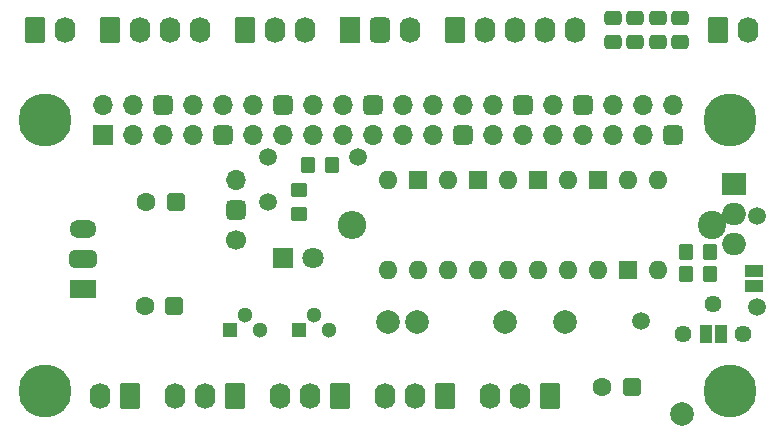
<source format=gbr>
%TF.GenerationSoftware,KiCad,Pcbnew,(6.0.9)*%
%TF.CreationDate,2023-02-09T17:36:23+01:00*%
%TF.ProjectId,piTelex_TW39_2.1.0,70695465-6c65-4785-9f54-5733395f322e,V2.1.0 -JK-*%
%TF.SameCoordinates,Original*%
%TF.FileFunction,Soldermask,Top*%
%TF.FilePolarity,Negative*%
%FSLAX46Y46*%
G04 Gerber Fmt 4.6, Leading zero omitted, Abs format (unit mm)*
G04 Created by KiCad (PCBNEW (6.0.9)) date 2023-02-09 17:36:23*
%MOMM*%
%LPD*%
G01*
G04 APERTURE LIST*
G04 Aperture macros list*
%AMRoundRect*
0 Rectangle with rounded corners*
0 $1 Rounding radius*
0 $2 $3 $4 $5 $6 $7 $8 $9 X,Y pos of 4 corners*
0 Add a 4 corners polygon primitive as box body*
4,1,4,$2,$3,$4,$5,$6,$7,$8,$9,$2,$3,0*
0 Add four circle primitives for the rounded corners*
1,1,$1+$1,$2,$3*
1,1,$1+$1,$4,$5*
1,1,$1+$1,$6,$7*
1,1,$1+$1,$8,$9*
0 Add four rect primitives between the rounded corners*
20,1,$1+$1,$2,$3,$4,$5,0*
20,1,$1+$1,$4,$5,$6,$7,0*
20,1,$1+$1,$6,$7,$8,$9,0*
20,1,$1+$1,$8,$9,$2,$3,0*%
G04 Aperture macros list end*
%ADD10R,1.000000X1.500000*%
%ADD11C,1.500000*%
%ADD12R,1.500000X1.000000*%
%ADD13C,2.000000*%
%ADD14C,2.400000*%
%ADD15O,2.400000X2.400000*%
%ADD16R,1.700000X1.700000*%
%ADD17O,1.700000X1.700000*%
%ADD18RoundRect,0.425000X-0.425000X0.425000X-0.425000X-0.425000X0.425000X-0.425000X0.425000X0.425000X0*%
%ADD19RoundRect,0.250000X0.450000X-0.350000X0.450000X0.350000X-0.450000X0.350000X-0.450000X-0.350000X0*%
%ADD20R,1.800000X1.800000*%
%ADD21C,1.800000*%
%ADD22RoundRect,0.400000X-0.400000X-0.400000X0.400000X-0.400000X0.400000X0.400000X-0.400000X0.400000X0*%
%ADD23C,1.600000*%
%ADD24RoundRect,0.250000X-0.350000X-0.450000X0.350000X-0.450000X0.350000X0.450000X-0.350000X0.450000X0*%
%ADD25R,1.300000X1.300000*%
%ADD26C,1.300000*%
%ADD27RoundRect,0.250000X0.620000X0.845000X-0.620000X0.845000X-0.620000X-0.845000X0.620000X-0.845000X0*%
%ADD28O,1.740000X2.190000*%
%ADD29C,1.440000*%
%ADD30RoundRect,0.250000X0.350000X0.450000X-0.350000X0.450000X-0.350000X-0.450000X0.350000X-0.450000X0*%
%ADD31R,2.000000X1.905000*%
%ADD32O,2.000000X1.905000*%
%ADD33RoundRect,0.250000X-0.620000X-0.845000X0.620000X-0.845000X0.620000X0.845000X-0.620000X0.845000X0*%
%ADD34R,2.300000X1.500000*%
%ADD35RoundRect,0.375000X0.775000X-0.375000X0.775000X0.375000X-0.775000X0.375000X-0.775000X-0.375000X0*%
%ADD36O,2.300000X1.500000*%
%ADD37RoundRect,0.250000X0.475000X-0.337500X0.475000X0.337500X-0.475000X0.337500X-0.475000X-0.337500X0*%
%ADD38R,1.600000X1.600000*%
%ADD39O,1.600000X1.600000*%
%ADD40C,4.500000*%
%ADD41R,1.740000X2.190000*%
%ADD42RoundRect,0.435000X-0.435000X-0.660000X0.435000X-0.660000X0.435000X0.660000X-0.435000X0.660000X0*%
%ADD43RoundRect,0.425000X0.425000X0.425000X-0.425000X0.425000X-0.425000X-0.425000X0.425000X-0.425000X0*%
%ADD44C,1.700000*%
G04 APERTURE END LIST*
D10*
%TO.C,JP3*%
X160709000Y-121661000D03*
X159409000Y-121661000D03*
%TD*%
D11*
%TO.C,TP7*%
X153963000Y-120518000D03*
%TD*%
%TO.C,TP6*%
X163742000Y-111628000D03*
%TD*%
%TO.C,TP5*%
X163742000Y-119375000D03*
%TD*%
%TO.C,TP4*%
X129960000Y-106675000D03*
%TD*%
%TO.C,TP3*%
X122340000Y-110485000D03*
%TD*%
%TO.C,TP2*%
X122340000Y-106675000D03*
%TD*%
D12*
%TO.C,JP2*%
X163488000Y-117612000D03*
X163488000Y-116312000D03*
%TD*%
D13*
%TO.C,TP1*%
X157392000Y-128392000D03*
%TD*%
D14*
%TO.C,R24*%
X159932000Y-112390000D03*
D15*
X129452000Y-112390000D03*
%TD*%
D16*
%TO.C,J7*%
X108370000Y-104770000D03*
D17*
X108370000Y-102230000D03*
X110910000Y-104770000D03*
X110910000Y-102230000D03*
X113450000Y-104770000D03*
D18*
X113450000Y-102230000D03*
D17*
X115990000Y-104770000D03*
X115990000Y-102230000D03*
D18*
X118530000Y-104770000D03*
D17*
X118530000Y-102230000D03*
X121070000Y-104770000D03*
X121070000Y-102230000D03*
X123610000Y-104770000D03*
D18*
X123610000Y-102230000D03*
D17*
X126150000Y-104770000D03*
X126150000Y-102230000D03*
X128690000Y-104770000D03*
X128690000Y-102230000D03*
X131230000Y-104770000D03*
D18*
X131230000Y-102230000D03*
D17*
X133770000Y-104770000D03*
X133770000Y-102230000D03*
X136310000Y-104770000D03*
X136310000Y-102230000D03*
D18*
X138850000Y-104770000D03*
D17*
X138850000Y-102230000D03*
X141390000Y-104770000D03*
X141390000Y-102230000D03*
X143930000Y-104770000D03*
D18*
X143930000Y-102230000D03*
D17*
X146470000Y-104770000D03*
X146470000Y-102230000D03*
X149010000Y-104770000D03*
D18*
X149010000Y-102230000D03*
D17*
X151550000Y-104770000D03*
X151550000Y-102230000D03*
X154090000Y-104770000D03*
X154090000Y-102230000D03*
D18*
X156630000Y-104770000D03*
D17*
X156630000Y-102230000D03*
%TD*%
D19*
%TO.C,R2*%
X125007000Y-111485000D03*
X125007000Y-109485000D03*
%TD*%
D20*
%TO.C,D1*%
X123610000Y-115184000D03*
D21*
X126150000Y-115184000D03*
%TD*%
D22*
%TO.C,C5*%
X114534606Y-110485000D03*
D23*
X112034606Y-110485000D03*
%TD*%
%TO.C,C6*%
X111907606Y-119248000D03*
D22*
X114407606Y-119248000D03*
%TD*%
D23*
%TO.C,C9*%
X150661000Y-126106000D03*
D22*
X153161000Y-126106000D03*
%TD*%
D24*
%TO.C,R1*%
X125785000Y-107310000D03*
X127785000Y-107310000D03*
%TD*%
D25*
%TO.C,Q2*%
X119165000Y-121280000D03*
D26*
X120435000Y-120010000D03*
X121705000Y-121280000D03*
%TD*%
D25*
%TO.C,Q3*%
X125007000Y-121280000D03*
D26*
X126277000Y-120010000D03*
X127547000Y-121280000D03*
%TD*%
D27*
%TO.C,J10*%
X119546000Y-126868000D03*
D28*
X117006000Y-126868000D03*
X114466000Y-126868000D03*
%TD*%
D27*
%TO.C,J11*%
X128436000Y-126868000D03*
D28*
X125896000Y-126868000D03*
X123356000Y-126868000D03*
%TD*%
D27*
%TO.C,J12*%
X137326000Y-126868000D03*
D28*
X134786000Y-126868000D03*
X132246000Y-126868000D03*
%TD*%
D27*
%TO.C,J13*%
X146216000Y-126868000D03*
D28*
X143676000Y-126868000D03*
X141136000Y-126868000D03*
%TD*%
D29*
%TO.C,RV1*%
X157519000Y-121661000D03*
X160059000Y-119121000D03*
X162599000Y-121661000D03*
%TD*%
D24*
%TO.C,R4*%
X157789000Y-116581000D03*
X159789000Y-116581000D03*
%TD*%
D30*
%TO.C,R3*%
X159789000Y-114676000D03*
X157789000Y-114676000D03*
%TD*%
D31*
%TO.C,Q1*%
X161781000Y-108961000D03*
D32*
X161781000Y-111501000D03*
X161781000Y-114041000D03*
%TD*%
D33*
%TO.C,J2*%
X109005000Y-95880000D03*
D28*
X111545000Y-95880000D03*
X114085000Y-95880000D03*
X116625000Y-95880000D03*
%TD*%
D34*
%TO.C,U6*%
X106680000Y-117851000D03*
D35*
X106680000Y-115311000D03*
D36*
X106680000Y-112771000D03*
%TD*%
D13*
%TO.C,C8*%
X147512700Y-120645000D03*
X132512700Y-120645000D03*
%TD*%
D37*
%TO.C,C3*%
X155360000Y-94842500D03*
X155360000Y-96917500D03*
%TD*%
D27*
%TO.C,J9*%
X110656000Y-126868000D03*
D28*
X108116000Y-126868000D03*
%TD*%
D33*
%TO.C,J1*%
X102655000Y-95880000D03*
D28*
X105195000Y-95880000D03*
%TD*%
D37*
%TO.C,C2*%
X153455000Y-96917500D03*
X153455000Y-94842500D03*
%TD*%
D38*
%TO.C,U4*%
X150285000Y-108597700D03*
D39*
X147745000Y-108597700D03*
X147745000Y-116217700D03*
X150285000Y-116217700D03*
%TD*%
D40*
%TO.C,H3*%
X103500000Y-126500000D03*
%TD*%
D33*
%TO.C,J3*%
X120435000Y-95880000D03*
D28*
X122975000Y-95880000D03*
X125515000Y-95880000D03*
%TD*%
D41*
%TO.C,J4*%
X129325000Y-95880000D03*
D42*
X131865000Y-95880000D03*
D28*
X134405000Y-95880000D03*
%TD*%
D33*
%TO.C,J5*%
X138215000Y-95880000D03*
D28*
X140755000Y-95880000D03*
X143295000Y-95880000D03*
X145835000Y-95880000D03*
X148375000Y-95880000D03*
%TD*%
D13*
%TO.C,C7*%
X142432700Y-120645000D03*
X134932700Y-120645000D03*
%TD*%
D33*
%TO.C,J6*%
X160440000Y-95880000D03*
D28*
X162980000Y-95880000D03*
%TD*%
D40*
%TO.C,H2*%
X161500000Y-103500000D03*
%TD*%
%TO.C,H4*%
X161500000Y-126500000D03*
%TD*%
D17*
%TO.C,J8*%
X119673000Y-108565000D03*
D43*
X119673000Y-111105000D03*
D44*
X119673000Y-113645000D03*
%TD*%
D38*
%TO.C,U5*%
X152827700Y-116195000D03*
D39*
X155367700Y-116195000D03*
X155367700Y-108575000D03*
X152827700Y-108575000D03*
%TD*%
D40*
%TO.C,H1*%
X103500000Y-103500000D03*
%TD*%
D37*
%TO.C,C1*%
X151550000Y-96917500D03*
X151550000Y-94842500D03*
%TD*%
D38*
%TO.C,U2*%
X140120000Y-108587700D03*
D39*
X137580000Y-108587700D03*
X137580000Y-116207700D03*
X140120000Y-116207700D03*
%TD*%
%TO.C,U3*%
X145205000Y-116217700D03*
X142665000Y-116217700D03*
X142665000Y-108597700D03*
D38*
X145205000Y-108597700D03*
%TD*%
%TO.C,U1*%
X135045000Y-108597700D03*
D39*
X132505000Y-108597700D03*
X132505000Y-116217700D03*
X135045000Y-116217700D03*
%TD*%
D37*
%TO.C,C4*%
X157265000Y-94842500D03*
X157265000Y-96917500D03*
%TD*%
M02*

</source>
